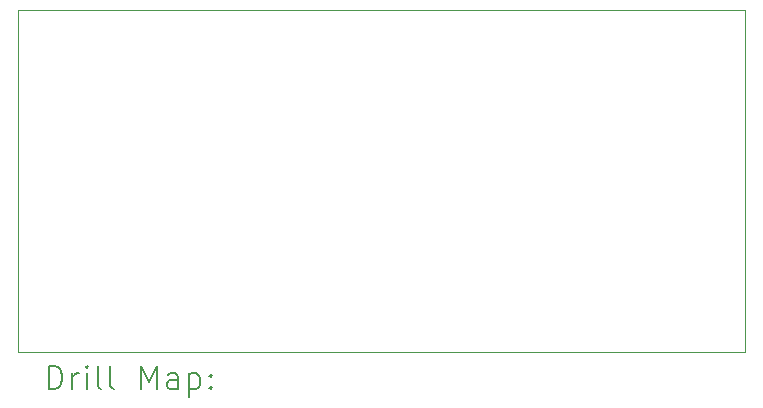
<source format=gbr>
%TF.GenerationSoftware,KiCad,Pcbnew,(6.0.8)*%
%TF.CreationDate,2022-11-19T23:43:07+04:00*%
%TF.ProjectId,MC34063_Buck,4d433334-3036-4335-9f42-75636b2e6b69,rev?*%
%TF.SameCoordinates,Original*%
%TF.FileFunction,Drillmap*%
%TF.FilePolarity,Positive*%
%FSLAX45Y45*%
G04 Gerber Fmt 4.5, Leading zero omitted, Abs format (unit mm)*
G04 Created by KiCad (PCBNEW (6.0.8)) date 2022-11-19 23:43:07*
%MOMM*%
%LPD*%
G01*
G04 APERTURE LIST*
%ADD10C,0.050000*%
%ADD11C,0.200000*%
G04 APERTURE END LIST*
D10*
X9700000Y-9400000D02*
X9700000Y-6500000D01*
X15850000Y-6500000D02*
X15850000Y-9400000D01*
X15850000Y-9400000D02*
X9700000Y-9400000D01*
X9700000Y-6500000D02*
X15850000Y-6500000D01*
D11*
X9955119Y-9712976D02*
X9955119Y-9512976D01*
X10002738Y-9512976D01*
X10031310Y-9522500D01*
X10050357Y-9541548D01*
X10059881Y-9560595D01*
X10069405Y-9598690D01*
X10069405Y-9627262D01*
X10059881Y-9665357D01*
X10050357Y-9684405D01*
X10031310Y-9703452D01*
X10002738Y-9712976D01*
X9955119Y-9712976D01*
X10155119Y-9712976D02*
X10155119Y-9579643D01*
X10155119Y-9617738D02*
X10164643Y-9598690D01*
X10174167Y-9589167D01*
X10193214Y-9579643D01*
X10212262Y-9579643D01*
X10278929Y-9712976D02*
X10278929Y-9579643D01*
X10278929Y-9512976D02*
X10269405Y-9522500D01*
X10278929Y-9532024D01*
X10288452Y-9522500D01*
X10278929Y-9512976D01*
X10278929Y-9532024D01*
X10402738Y-9712976D02*
X10383690Y-9703452D01*
X10374167Y-9684405D01*
X10374167Y-9512976D01*
X10507500Y-9712976D02*
X10488452Y-9703452D01*
X10478929Y-9684405D01*
X10478929Y-9512976D01*
X10736071Y-9712976D02*
X10736071Y-9512976D01*
X10802738Y-9655833D01*
X10869405Y-9512976D01*
X10869405Y-9712976D01*
X11050357Y-9712976D02*
X11050357Y-9608214D01*
X11040833Y-9589167D01*
X11021786Y-9579643D01*
X10983690Y-9579643D01*
X10964643Y-9589167D01*
X11050357Y-9703452D02*
X11031310Y-9712976D01*
X10983690Y-9712976D01*
X10964643Y-9703452D01*
X10955119Y-9684405D01*
X10955119Y-9665357D01*
X10964643Y-9646310D01*
X10983690Y-9636786D01*
X11031310Y-9636786D01*
X11050357Y-9627262D01*
X11145595Y-9579643D02*
X11145595Y-9779643D01*
X11145595Y-9589167D02*
X11164643Y-9579643D01*
X11202738Y-9579643D01*
X11221786Y-9589167D01*
X11231309Y-9598690D01*
X11240833Y-9617738D01*
X11240833Y-9674881D01*
X11231309Y-9693929D01*
X11221786Y-9703452D01*
X11202738Y-9712976D01*
X11164643Y-9712976D01*
X11145595Y-9703452D01*
X11326548Y-9693929D02*
X11336071Y-9703452D01*
X11326548Y-9712976D01*
X11317024Y-9703452D01*
X11326548Y-9693929D01*
X11326548Y-9712976D01*
X11326548Y-9589167D02*
X11336071Y-9598690D01*
X11326548Y-9608214D01*
X11317024Y-9598690D01*
X11326548Y-9589167D01*
X11326548Y-9608214D01*
M02*

</source>
